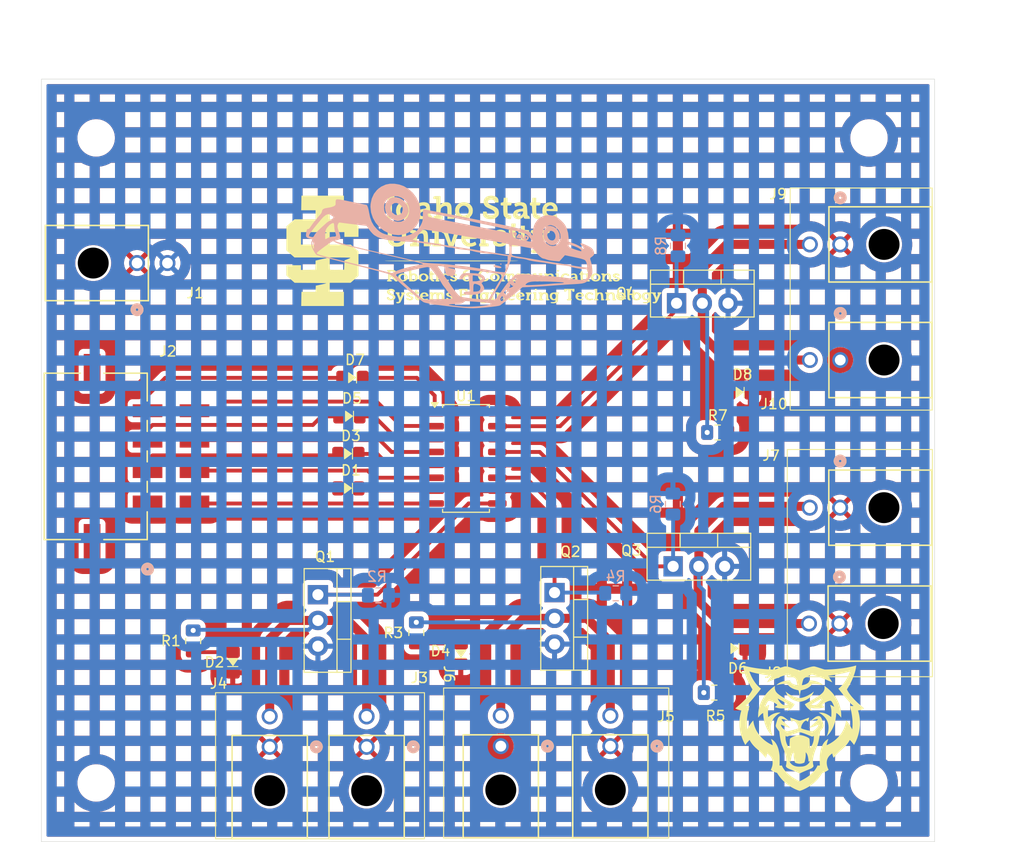
<source format=kicad_pcb>
(kicad_pcb (version 20241229) (generator "pcbnew") (generator_version "9.0")
  (layers (0 "F.Cu" signal) (2 "B.Cu" signal) (13 "F.Paste" user) (15 "B.Paste" user) (5 "F.SilkS" user "F.Silkscreen") (7 "B.SilkS" user "B.Silkscreen") (1 "F.Mask" user) (3 "B.Mask" user) (25 "Edge.Cuts" user))
  (net 0 "")
  (net 1 "Net-(D1-A)")
  (net 2 "Net-(D1-K)")
  (net 3 "Net-(D2-A)")
  (net 4 "Net-(D3-K)")
  (net 5 "Net-(D3-A)")
  (net 6 "Net-(D4-A)")
  (net 7 "Net-(D5-A)")
  (net 8 "Net-(D5-K)")
  (net 9 "Net-(D6-A)")
  (net 10 "Net-(D7-K)")
  (net 11 "Net-(D7-A)")
  (net 12 "Net-(D8-A)")
  (net 13 "Net-(J1-Pad1)")
  (net 14 "GND")
  (net 15 "Net-(J2-Pad6)")
  (net 16 "Net-(J2-Pad8)")
  (net 17 "Net-(J2-Pad5)")
  (net 18 "Net-(J2-Pad7)")
  (net 19 "Net-(Q1-D)")
  (net 20 "Net-(Q2-D)")
  (net 21 "Net-(Q3-D)")
  (net 22 "Net-(Q4-D)")
  (net 23 "Net-(Q1-G)")
  (net 24 "Net-(Q2-G)")
  (net 25 "Net-(Q3-G)")
  (net 26 "Net-(Q4-G)")
  (footprint "2JB_Footprints:2PinMolex" (layer "F.Cu") (at 161.887601 122.6578 90)
    (property "Reference" "J7" (at 5.1328 -6.807601 0) (layer "F.SilkS"))
    (property "Value" "Solenoid")
    (pad "" np_thru_hole circle (at 0 4.320002 90) (size 3.048 3.048) (drill 3.048) (layers))
    (pad "1" thru_hole circle (at 0 0 90) (size 1.5748 1.5748) (drill 1.0668) (layers "*.Cu" "*.Mask") (net 13 "Net-(J1-Pad1)"))
    (pad "2" thru_hole circle (at 0 -2.999999 90) (size 1.5748 1.5748) (drill 1.0668) (layers "*.Cu" "*.Mask") (net 21 "Net-(Q3-D)"))
  )
  (footprint "Package_TO_SOT_THT:TO-220-3_Vertical" (layer "F.Cu") (at 133.729992 131.03023 -90)
    (property "Reference" "Q2" (at -4.03023 -1.570008 180) (layer "F.SilkS"))
    (property "Value" "IRF540N")
    (pad "1" thru_hole rect (at 0 0 270) (size 1.905 2) (drill 1.1) (layers "*.Cu" "*.Mask") (net 24 "Net-(Q2-G)"))
    (pad "2" thru_hole oval (at 2.54 0 270) (size 1.905 2) (drill 1.1) (layers "*.Cu" "*.Mask") (net 20 "Net-(Q2-D)"))
    (pad "3" thru_hole oval (at 5.08 0 270) (size 1.905 2) (drill 1.1) (layers "*.Cu" "*.Mask") (net 14 "GND"))
  )
  (footprint "2JB_Logos:Stacked_ISU_1_5x0_5" (layer "F.Cu") (at 126 97.1)
    (property "Reference" "G***" (hide yes))
    (property "Value" "LOGO" (hide yes))
  )
  (footprint "2JB_Footprints:D_0805" (layer "F.Cu") (at 151.246 135.794)
    (property "Reference" "D6" (at 0.554 2.706 180) (layer "F.SilkS"))
    (property "Value" "1N4148" (hide yes))
    (pad "1" smd roundrect (at 1.27 0.762) (size 1.15 1.4) (layers "F.Cu" "F.Mask" "F.Paste") (roundrect_rratio 0.217391) (net 13 "Net-(J1-Pad1)"))
    (pad "2" smd roundrect (at -0.762 0.762) (size 1.15 1.4) (layers "F.Cu" "F.Mask" "F.Paste") (roundrect_rratio 0.217391) (net 9 "Net-(D6-A)"))
  )
  (footprint "2JB_Footprints:2PinMolex" (layer "F.Cu") (at 161.9 96.7 90)
    (property "Reference" "J9" (at 4.9604 -6.1357 0) (layer "F.SilkS"))
    (property "Value" "Solenoid")
    (pad "" np_thru_hole circle (at 0 4.320002 90) (size 3.048 3.048) (drill 3.048) (layers))
    (pad "1" thru_hole circle (at 0 0 90) (size 1.5748 1.5748) (drill 1.0668) (layers "*.Cu" "*.Mask") (net 13 "Net-(J1-Pad1)"))
    (pad "2" thru_hole circle (at 0 -2.999999 90) (size 1.5748 1.5748) (drill 1.0668) (layers "*.Cu" "*.Mask") (net 22 "Net-(Q4-D)"))
  )
  (footprint "MountingHole:MountingHole_3.2mm_M3" (layer "F.Cu") (at 88.534001 86.2)
    (property "Reference" "REF**" (hide yes))
    (property "Value" "MountingHole_3.2mm_M3")
    (pad "" np_thru_hole circle (at 0 0) (size 3.2 3.2) (drill 3.2) (layers "*.Cu" "*.Mask"))
  )
  (footprint "MountingHole:MountingHole_3.2mm_M3" (layer "F.Cu") (at 164.734001 149.8)
    (property "Reference" "REF**" (hide yes))
    (property "Value" "MountingHole_3.2mm_M3")
    (pad "" np_thru_hole circle (at 0 0) (size 3.2 3.2) (drill 3.2) (layers "*.Cu" "*.Mask"))
  )
  (footprint "MountingHole:MountingHole_3.2mm_M3" (layer "F.Cu") (at 164.734001 86.2)
    (property "Reference" "REF**" (hide yes))
    (property "Value" "MountingHole_3.2mm_M3")
    (pad "" np_thru_hole circle (at 0 0) (size 3.2 3.2) (drill 3.2) (layers "*.Cu" "*.Mask"))
  )
  (footprint "2JB_Footprints:2PinMolex" (layer "F.Cu") (at 92.5643 98.539599 -90)
    (property "Reference" "J1" (at 2.9604 -5.7357 0) (layer "F.SilkS"))
    (property "Value" "Power In")
    (pad "" np_thru_hole circle (at 0 4.320002 270) (size 3.048 3.048) (drill 3.048) (layers))
    (pad "1" thru_hole circle (at 0 0 270) (size 1.5748 1.5748) (drill 1.0668) (layers "*.Cu" "*.Mask") (net 13 "Net-(J1-Pad1)"))
    (pad "2" thru_hole circle (at 0 -2.999999 270) (size 1.5748 1.5748) (drill 1.0668) (layers "*.Cu" "*.Mask") (net 14 "GND"))
  )
  (footprint "2JB_Footprints:2PinMolex" (layer "F.Cu") (at 105.644 146.2375)
    (property "Reference" "J4" (at -5.044 -6.2375 0) (layer "F.SilkS"))
    (property "Value" "Solenoid")
    (pad "" np_thru_hole circle (at 0 4.320002) (size 3.048 3.048) (drill 3.048) (layers))
    (pad "1" thru_hole circle (at 0 0) (size 1.5748 1.5748) (drill 1.0668) (layers "*.Cu" "*.Mask") (net 13 "Net-(J1-Pad1)"))
    (pad "2" thru_hole circle (at 0 -2.999999) (size 1.5748 1.5748) (drill 1.0668) (layers "*.Cu" "*.Mask") (net 19 "Net-(Q1-D)"))
  )
  (footprint "2JB_Footprints:C_0805" (layer "F.Cu") (at 98.1 135.8 -90)
    (property "Reference" "R1" (at 0 2.2 180) (layer "F.SilkS"))
    (property "Value" "1KΩ")
    (pad "1" thru_hole roundrect (at -1.0375 0 270) (size 1.175 1.45) (drill 0.5) (layers "*.Cu" "*.Mask") (roundrect_rratio 0.212766) (net 19 "Net-(Q1-D)"))
    (pad "2" smd roundrect (at 1.0375 0 270) (size 1.175 1.45) (layers "F.Cu" "F.Mask" "F.Paste") (roundrect_rratio 0.212766) (net 3 "Net-(D2-A)"))
  )
  (footprint "2JB_Footprints:D_0805" (layer "F.Cu") (at 102.762 137.662 -90)
    (property "Reference" "D2" (at 0.238 2.562 180) (layer "F.SilkS"))
    (property "Value" "1N4148" (hide yes))
    (pad "1" smd roundrect (at 1.27 0.762 270) (size 1.15 1.4) (layers "F.Cu" "F.Mask" "F.Paste") (roundrect_rratio 0.217391) (net 13 "Net-(J1-Pad1)"))
    (pad "2" smd roundrect (at -0.762 0.762 270) (size 1.15 1.4) (layers "F.Cu" "F.Mask" "F.Paste") (roundrect_rratio 0.217391) (net 3 "Net-(D2-A)"))
  )
  (footprint "Package_TO_SOT_THT:TO-220-3_Vertical" (layer "F.Cu") (at 145.76 102.5)
    (property "Reference" "Q4" (at -4.96 -1 0) (layer "F.SilkS"))
    (property "Value" "IRF540N")
    (pad "1" thru_hole rect (at 0 0) (size 1.905 2) (drill 1.1) (layers "*.Cu" "*.Mask") (net 26 "Net-(Q4-G)"))
    (pad "2" thru_hole oval (at 2.54 0) (size 1.905 2) (drill 1.1) (layers "*.Cu" "*.Mask") (net 22 "Net-(Q4-D)"))
    (pad "3" thru_hole oval (at 5.08 0) (size 1.905 2) (drill 1.1) (layers "*.Cu" "*.Mask") (net 14 "GND"))
  )
  (footprint "2JB_Footprints:C_0805" (layer "F.Cu") (at 149.816 115.244)
    (property "Reference" "R7" (at 0 -1.68 0) (layer "F.SilkS"))
    (property "Value" "1KΩ")
    (pad "1" thru_hole roundrect (at -1.0375 0) (size 1.175 1.45) (drill 0.5) (layers "*.Cu" "*.Mask") (roundrect_rratio 0.212766) (net 22 "Net-(Q4-D)"))
    (pad "2" smd roundrect (at 1.0375 0) (size 1.175 1.45) (layers "F.Cu" "F.Mask" "F.Paste") (roundrect_rratio 0.212766) (net 12 "Net-(D8-A)"))
  )
  (footprint "2JB_Footprints:8PinMolex_3.00mmPitch" (layer "F.Cu") (at 88.487001 117.6 -90)
    (property "Reference" "J2" (at -10.3535 -7.112999 0) (layer "F.SilkS"))
    (property "Value" "Signal In")
    (pad "1" smd rect (at 4.499999 -5.112999 270) (size 1.27 2.921) (layers "F.Cu" "F.Mask" "F.Paste") (net 1 "Net-(D1-A)"))
    (pad "2" smd rect (at 1.5 -5.112999 270) (size 1.27 2.921) (layers "F.Cu" "F.Mask" "F.Paste") (net 5 "Net-(D3-A)"))
    (pad "3" smd rect (at -1.5 -5.112999 270) (size 1.27 2.921) (layers "F.Cu" "F.Mask" "F.Paste") (net 7 "Net-(D5-A)"))
    (pad "4" smd rect (at -4.499999 -5.112999 270) (size 1.27 2.921) (layers "F.Cu" "F.Mask" "F.Paste") (net 11 "Net-(D7-A)"))
    (pad "5" smd rect (at 4.499999 -9.742998 270) (size 1.27 2.921) (layers "F.Cu" "F.Mask" "F.Paste") (net 17 "Net-(J2-Pad5)"))
    (pad "6" smd rect (at 1.5 -9.742998 270) (size 1.27 2.921) (layers "F.Cu" "F.Mask" "F.Paste") (net 15 "Net-(J2-Pad6)"))
    (pad "7" smd rect (at -1.5 -9.742998 270) (size 1.27 2.921) (layers "F.Cu" "F.Mask" "F.Paste") (net 18 "Net-(J2-Pad7)"))
    (pad "8" smd rect (at -4.499999 -9.742998 270) (size 1.27 2.921) (layers "F.Cu" "F.Mask" "F.Paste") (net 16 "Net-(J2-Pad8)"))
    (pad "9" smd rect (at -8.385 0.357002 270) (size 3.429 1.651) (layers "F.Cu" "F.Mask" "F.Paste"))
    (pad "10" smd rect (at 8.385 0.357002 270) (size 3.429 1.651) (layers "F.Cu" "F.Mask" "F.Paste"))
  )
  (footprint "2JB_Logos:Bengal_Head_0_5x0_5" (layer "F.Cu") (at 157.9 144.4)
    (property "Reference" "G***" (hide yes))
    (property "Value" "LOGO" (hide yes))
  )
  (footprint "2JB_Footprints:C_0805" (layer "F.Cu") (at 149.4835 140.894)
    (property "Reference" "R5" (at 0.1165 2.306 180) (layer "F.SilkS"))
    (property "Value" "1KΩ")
    (pad "1" thru_hole roundrect (at -1.0375 0) (size 1.175 1.45) (drill 0.5) (layers "*.Cu" "*.Mask") (roundrect_rratio 0.212766) (net 21 "Net-(Q3-D)"))
    (pad "2" smd roundrect (at 1.0375 0) (size 1.175 1.45) (layers "F.Cu" "F.Mask" "F.Paste") (roundrect_rratio 0.212766) (net 9 "Net-(D6-A)"))
  )
  (footprint "Package_TO_SOT_THT:TO-220-3_Vertical" (layer "F.Cu") (at 145.42 128.445)
    (property "Reference" "Q3" (at -4.12 -1.545 0) (layer "F.SilkS"))
    (property "Value" "IRF540N")
    (pad "1" thru_hole rect (at 0 0) (size 1.905 2) (drill 1.1) (layers "*.Cu" "*.Mask") (net 25 "Net-(Q3-G)"))
    (pad "2" thru_hole oval (at 2.54 0) (size 1.905 2) (drill 1.1) (layers "*.Cu" "*.Mask") (net 21 "Net-(Q3-D)"))
    (pad "3" thru_hole oval (at 5.08 0) (size 1.905 2) (drill 1.1) (layers "*.Cu" "*.Mask") (net 14 "GND"))
  )
  (footprint "2JB_Footprints:D_0805" (layer "F.Cu") (at 151.762 110.538)
    (property "Reference" "D8" (at 0.508 -1.016 0) (layer "F.SilkS"))
    (property "Value" "1N4148" (hide yes))
    (pad "1" smd roundrect (at 1.27 0.762) (size 1.15 1.4) (layers "F.Cu" "F.Mask" "F.Paste") (roundrect_rratio 0.217391) (net 13 "Net-(J1-Pad1)"))
    (pad "2" smd roundrect (at -0.762 0.762) (size 1.15 1.4) (layers "F.Cu" "F.Mask" "F.Paste") (roundrect_rratio 0.217391) (net 12 "Net-(D8-A)"))
  )
  (footprint "2JB_Footprints:D_0805" (layer "F.Cu") (at 125.244 136.8215 -90)
    (property "Reference" "D4" (at -0.0245 2.762 180) (layer "F.SilkS"))
    (property "Value" "1N4148" (hide yes))
    (pad "1" smd roundrect (at 1.27 0.762 270) (size 1.15 1.4) (layers "F.Cu" "F.Mask" "F.Paste") (roundrect_rratio 0.217391) (net 13 "Net-(J1-Pad1)"))
    (pad "2" smd roundrect (at -0.762 0.762 270) (size 1.15 1.4) (layers "F.Cu" "F.Mask" "F.Paste") (roundrect_rratio 0.217391) (net 6 "Net-(D4-A)"))
  )
  (footprint "2JB_Footprints:D_0805" (layer "F.Cu") (at 113.246 112.894)
    (property "Reference" "D5" (at 0.508 -1.016 0) (layer "F.SilkS"))
    (property "Value" "LED" (hide yes))
    (pad "1" smd roundrect (at 1.27 0.762) (size 1.15 1.4) (layers "F.Cu" "F.Mask" "F.Paste") (roundrect_rratio 0.217391) (net 8 "Net-(D5-K)"))
    (pad "2" smd roundrect (at -0.762 0.762) (size 1.15 1.4) (layers "F.Cu" "F.Mask" "F.Paste") (roundrect_rratio 0.217391) (net 7 "Net-(D5-A)"))
  )
  (footprint "2JB_Footprints:D_0805" (layer "F.Cu") (at 113.146 119.994)
    (property "Reference" "D1" (at 0.508 -1.016 0) (layer "F.SilkS"))
    (property "Value" "LED" (hide yes))
    (pad "1" smd roundrect (at 1.27 0.762) (size 1.15 1.4) (layers "F.Cu" "F.Mask" "F.Paste") (roundrect_rratio 0.217391) (net 2 "Net-(D1-K)"))
    (pad "2" smd roundrect (at -0.762 0.762) (size 1.15 1.4) (layers "F.Cu" "F.Mask" "F.Paste") (roundrect_rratio 0.217391) (net 1 "Net-(D1-A)"))
  )
  (footprint "2JB_Footprints:2PinMolex" (layer "F.Cu") (at 139.229992 146.170229)
    (property "Reference" "J5" (at 5.5 -2.899999 0) (layer "F.SilkS"))
    (property "Value" "Solenoid")
    (pad "" np_thru_hole circle (at 0 4.320002) (size 3.048 3.048) (drill 3.048) (layers))
    (pad "1" thru_hole circle (at 0 0) (size 1.5748 1.5748) (drill 1.0668) (layers "*.Cu" "*.Mask") (net 13 "Net-(J1-Pad1)"))
    (pad "2" thru_hole circle (at 0 -2.999999) (size 1.5748 1.5748) (drill 1.0668) (layers "*.Cu" "*.Mask") (net 20 "Net-(Q2-D)"))
  )
  (footprint "2JB_Footprints:D_0805" (layer "F.Cu") (at 113.546 109.094)
    (property "Reference" "D7" (at 0.508 -1.016 0) (layer "F.SilkS"))
    (property "Value" "LED" (hide yes))
    (pad "1" smd roundrect (at 1.27 0.762) (size 1.15 1.4) (layers "F.Cu" "F.Mask" "F.Paste") (roundrect_rratio 0.217391) (net 10 "Net-(D7-K)"))
    (pad "2" smd roundrect (at -0.762 0.762) (size 1.15 1.4) (layers "F.Cu" "F.Mask" "F.Paste") (roundrect_rratio 0.217391) (net 11 "Net-(D7-A)"))
  )
  (footprint "2JB_Footprints:2PinMolex" (layer "F.Cu") (at 161.9 108.1 90)
    (property "Reference" "J10" (at -4.3396 -6.5357 0) (layer "F.SilkS"))
    (property "Value" "Solenoid")
    (pad "" np_thru_hole circle (at 0 4.320002 90) (size 3.048 3.048) (drill 3.048) (layers))
    (pad "1" thru_hole circle (at 0 0 90) (size 1.5748 1.5748) (drill 1.0668) (layers "*.Cu" "*.Mask") (net 13 "Net-(J1-Pad1)"))
    (pad "2" thru_hole circle (at 0 -2.999999 90) (size 1.5748 1.5748) (drill 1.0668) (layers "*.Cu" "*.Mask") (net 22 "Net-(Q4-D)"))
  )
  (footprint "2JB_Footprints:2PinMolex" (layer "F.Cu") (at 128.429992 146.170229)
    (property "Reference" "J6" (at -5.1 -7.099999 270) (layer "F.SilkS"))
    (property "Value" "Solenoid")
    (pad "" np_thru_hole circle (at 0 4.320002) (size 3.048 3.048) (drill 3.048) (layers))
    (pad "1" thru_hole circle (at 0 0) (size 1.5748 1.5748) (drill 1.0668) (layers "*.Cu" "*.Mask") (net 13 "Net-(J1-Pad1)"))
    (pad "2" thru_hole circle (at 0 -2.999999) (size 1.5748 1.5748) (drill 1.0668) (layers "*.Cu" "*.Mask") (net 20 "Net-(Q2-D)"))
  )
  (footprint "2JB_Footprints:C_0805" (layer "F.Cu") (at 120.1 135 -90)
    (property "Reference" "R3" (at 0 2.262 180) (layer "F.SilkS"))
    (property "Value" "1KΩ")
    (pad "1" thru_hole roundrect (at -1.0375 0 270) (size 1.175 1.45) (drill 0.5) (layers "*.Cu" "*.Mask") (roundrect_rratio 0.212766) (net 20 "Net-(Q2-D)"))
    (pad "2" smd roundrect (at 1.0375 0 270) (size 1.175 1.45) (layers "F.Cu" "F.Mask" "F.Paste") (roundrect_rratio 0.212766) (net 6 "Net-(D4-A)"))
  )
  (footprint "2JB_Footprints:2PinMolex" (layer "F.Cu") (at 161.8157 134.0854 90)
    (property "Reference" "J8" (at -4.8396 -6.5357 0) (layer "F.SilkS"))
    (property "Value" "Solenoid")
    (pad "" np_thru_hole circle (at 0 4.320002 90) (size 3.048 3.048) (drill 3.048) (layers))
    (pad "1" thru_hole circle (at 0 0 90) (size 1.5748 1.5748) (drill 1.0668) (layers "*.Cu" "*.Mask") (net 13 "Net-(J1-Pad1)"))
    (pad "2" thru_hole circle (at 0 -2.999999 90) (size 1.5748 1.5748) (drill 1.0668) (layers "*.Cu" "*.Mask") (net 21 "Net-(Q3-D)"))
  )
  (footprint "MountingHole:MountingHole_3.2mm_M3" (layer "F.Cu") (at 88.534001 149.8)
    (property "Reference" "REF**" (hide yes))
    (property "Value" "MountingHole_3.2mm_M3")
    (pad "" np_thru_hole circle (at 0 0) (size 3.2 3.2) (drill 3.2) (layers "*.Cu" "*.Mask"))
  )
  (footprint "Package_SO:SOP-16_4.4x10.4mm_P1.27mm" (layer "F.Cu") (at 125 117.8)
    (property "Reference" "U1" (at 0 -6.15 0) (layer "F.SilkS"))
    (property "Value" "LTV-247")
    (pad "1" smd roundrect (at -3.0875 -4.445) (size 1.825 0.65) (layers "F.Cu" "F.Mask" "F.Paste") (net 10 "Net-(D7-K)"))
    (pad "2" smd roundrect (at -3.0875 -3.175) (size 1.825 0.65) (layers "F.Cu" "F.Mask" "F.Paste") (net 16 "Net-(J2-Pad8)"))
    (pad "3" smd roundrect (at -3.0875 -1.905) (size 1.825 0.65) (layers "F.Cu" "F.Mask" "F.Paste") (net 8 "Net-(D5-K)"))
    (pad "4" smd roundrect (at -3.0875 -0.635) (size 1.825 0.65) (layers "F.Cu" "F.Mask" "F.Paste") (net 18 "Net-(J2-Pad7)"))
    (pad "5" smd roundrect (at -3.0875 0.635) (size 1.825 0.65) (layers "F.Cu" "F.Mask" "F.Paste") (net 4 "Net-(D3-K)"))
    (pad "6" smd roundrect (at -3.0875 1.905) (size 1.825 0.65) (layers "F.Cu" "F.Mask" "F.Paste") (net 15 "Net-(J2-Pad6)"))
    (pad "7" smd roundrect (at -3.0875 3.175) (size 1.825 0.65) (layers "F.Cu" "F.Mask" "F.Paste") (net 2 "Net-(D1-K)"))
    (pad "8" smd roundrect (at -3.0875 4.445) (size 1.825 0.65) (layers "F.Cu" "F.Mask" "F.Paste") (net 17 "Net-(J2-Pad5)"))
    (pad "9" smd roundrect (at 3.0875 4.445) (size 1.825 0.65) (layers "F.Cu" "F.Mask" "F.Paste") (net 23 "Net-(Q1-G)"))
    (pad "10" smd roundrect (at 3.0875 3.175) (size 1.825 0.65) (layers "F.Cu" "F.Mask" "F.Paste") (net 13 "Net-(J1-Pad1)"))
    (pad "11" smd roundrect (at 3.0875 1.905) (size 1.825 0.65) (layers "F.Cu" "F.Mask" "F.Paste") (net 24 "Net-(Q2-G)"))
    (pad "12" smd roundrect (at 3.0875 0.635) (size 1.825 0.65) (layers "F.Cu" "F.Mask" "F.Paste") (net 13 "Net-(J1-Pad1)"))
    (pad "13" smd roundrect (at 3.0875 -0.635) (size 1.825 0.65) (layers "F.Cu" "F.Mask" "F.Paste") (net 25 "Net-(Q3-G)"))
    (pad "14" smd roundrect (at 3.0875 -1.905) (size 1.825 0.65) (layers "F.Cu" "F.Mask" "F.Paste") (net 13 "Net-(J1-Pad1)"))
    (pad "15" smd roundrect (at 3.0875 -3.175) (size 1.825 0.65) (layers "F.Cu" "F.Mask" "F.Paste") (net 26 "Net-(Q4-G)"))
    (pad "16" smd roundrect (at 3.0875 -4.445) (size 1.825 0.65) (layers "F.Cu" "F.Mask" "F.Paste") (net 13 "Net-(J1-Pad1)"))
  )
  (footprint "2JB_Footprints:2PinMolex" (layer "F.Cu") (at 115.2 146.2375)
    (property "Reference" "J3" (at 5.2 -6.8 0) (layer "F.SilkS"))
    (property "Value" "Solenoid")
    (pad "" np_thru_hole circle (at 0 4.320002) (size 3.048 3.048) (drill 3.048) (layers))
    (pad "1" thru_hole circle (at 0 0) (size 1.5748 1.5748) (drill 1.0668) (layers "*.Cu" "*.Mask") (net 13 "Net-(J1-Pad1)"))
    (pad "2" thru_hole circle (at 0 -2.999999) (size 1.5748 1.5748) (drill 1.0668) (layers "*.Cu" "*.Mask") (net 19 "Net-(Q1-D)"))
  )
  (footprint "2JB_Footprints:D_0805" (layer "F.Cu") (at 113.146 116.594)
    (property "Reference" "D3" (at 0.508 -1.016 0) (layer "F.SilkS"))
    (property "Value" "LED" (hide yes))
    (pad "1" smd roundrect (at 1.27 0.762) (size 1.15 1.4) (layers "F.Cu" "F.Mask" "F.Paste") (roundrect_rratio 0.217391) (net 4 "Net-(D3-K)"))
    (pad "2" smd roundrect (at -0.762 0.762) (size 1.15 1.4) (layers "F.Cu" "F.Mask" "F.Paste") (roundrect_rratio 0.217391) (net 5 "Net-(D3-A)"))
  )
  (footprint "Package_TO_SOT_THT:TO-220-3_Vertical" (layer "F.Cu") (at 110.4 131.2375 -90)
    (property "Reference" "Q1" (at -3.7375 -0.7 180) (layer "F.SilkS"))
    (property "Value" "IRF540N")
    (pad "1" thru_hole rect (at 0 0 270) (size 1.905 2) (drill 1.1) (layers "*.Cu" "*.Mask") (net 23 "Net-(Q1-G)"))
    (pad "2" thru_hole oval (at 2.54 0 270) (size 1.905 2) (drill 1.1) (layers "*.Cu" "*.Mask") (net 19 "Net-(Q1-D)"))
    (pad "3" thru_hole oval (at 5.08 0 270) (size 1.905 2) (drill 1.1) (layers "*.Cu" "*.Mask") (net 14 "GND"))
  )
  (footprint "2JB_Footprints:C_0805" (layer "B.Cu") (at 145.4 122.3 -90)
    (property "Reference" "R6" (at 0 1.68 90) (layer "B.SilkS") (effects (justify mirror)))
    (property "Value" "1kΩ")
    (pad "1" smd roundrect (at -1.0375 0 270) (size 1.175 1.45) (layers "B.Cu" "B.Mask" "B.Paste") (roundrect_rratio 0.212766) (net 14 "GND"))
    (pad "2" smd roundrect (at 1.0375 0 270) (size 1.175 1.45) (layers "B.Cu" "B.Mask" "B.Paste") (roundrect_rratio 0.212766) (net 25 "Net-(Q3-G)"))
  )
  (footprint "2JB_Footprints:C_0805" (layer "B.Cu") (at 116.3625 131.3 180)
    (property "Reference" "R2" (at 0.14 1.85 0) (layer "B.SilkS") (effects (justify mirror)))
    (property "Value" "1kΩ")
    (pad "1" smd roundrect (at -1.0375 0 180) (size 1.175 1.45) (layers "B.Cu" "B.Mask" "B.Paste") (roundrect_rratio 0.212766) (net 14 "GND"))
    (pad "2" smd roundrect (at 1.0375 0 180) (size 1.175 1.45) (layers "B.Cu" "B.Mask" "B.Paste") (roundrect_rratio 0.212766) (net 23 "Net-(Q1-G)"))
  )
  (footprint "2JB_Footprints:C_0805" (layer "B.Cu") (at 139.7625 131.1 180)
    (property "Reference" "R4" (at 0 1.68 0) (layer "B.SilkS") (effects (justify mirror)))
    (property "Value" "1kΩ")
    (pad "1" smd roundrect (at -1.0375 0 180) (size 1.175 1.45) (layers "B.Cu" "B.Mask" "B.Paste") (roundrect_rratio 0.212766) (net 14 "GND"))
    (pad "2" smd roundrect (at 1.0375 0 180) (size 1.175 1.45) (layers "B.Cu" "B.Mask" "B.Paste") (roundrect_rratio 0.212766) (net 24 "Net-(Q2-G)"))
  )
  (footprint "2JB_Logos:JB_Logo_1_1x0_5" (layer "B.Cu") (at 123.298078 96.888333)
    (property "Reference" "G***" (hide yes))
    (property "Value" "LOGO" (hide yes))
  )
  (footprint "2JB_Footprints:C_0805" (layer "B.Cu") (at 145.9 96.8375 -90)
    (property "Reference" "R8" (at 0 1.68 90) (layer "B.SilkS") (effects (justify mirror)))
    (property "Value" "1kΩ")
    (pad "1" smd roundrect (at -1.0375 0 270) (size 1.175 1.45) (layers "B.Cu" "B.Mask" "B.Paste") (roundrect_rratio 0.212766) (net 14 "GND"))
    (pad "2" smd roundrect (at 1.0375 0 270) (size 1.175 1.45) (layers "B.Cu" "B.Mask" "B.Paste") (roundrect_rratio 0.212766) (net 26 "Net-(Q4-G)"))
  )
  (gr_rect (start 156.68 116.925) (end 170.9857 139.325) (stroke (width 0.1)) (fill no) (layer "F.SilkS"))
  (gr_rect (start 156.9643 91.1396) (end 170.9643 113.0396) (stroke (width 0.1)) (fill no) (layer "F.SilkS"))
  (gr_rect (start 100.3044 140.9018) (end 120.9044 155.3018) (stroke (width 0.1)) (fill no) (layer "F.SilkS"))
  (gr_rect (start 122.790392 140.434529) (end 144.990392 155.234529) (stroke (width 0.1)) (fill no) (layer "F.SilkS"))
  (gr_rect (start 83.139998 80.4) (end 171.2 155.6) (stroke (width 0.05)) (fill no) (layer "Edge.Cuts"))
  (segment (start 94.199999 120.5) (end 93.6 121.099999) (width 0.381) (layer "F.Cu") (net 1))
  (segment (start 112.128 120.5) (end 94.199999 120.5) (width 0.381) (layer "F.Cu") (net 1))
  (segment (start 93.6 121.099999) (end 93.6 122.099999) (width 0.381) (layer "F.Cu") (net 1))
  (segment (start 112.384 120.756) (end 112.128 120.5) (width 0.381) (layer "F.Cu") (net 1))
  (segment (start 121.9125 120.975) (end 114.635 120.975) (width 0.381) (layer "F.Cu") (net 2))
  (segment (start 114.635 120.975) (end 114.416 120.756) (width 0.381) (layer "F.Cu") (net 2))
  (segment (start 102 136.9) (end 98.1625 136.9) (width 0.381) (layer "F.Cu") (net 3))
  (segment (start 98.1625 136.9) (end 98.1 136.8375) (width 0.381) (layer "F.Cu") (net 3))
  (segment (start 121.9125 118.435) (end 117.335 118.435) (width 0.381) (layer "F.Cu") (net 4))
  (segment (start 117.335 118.435) (end 116.256 117.356) (width 0.381) (layer "F.Cu") (net 4))
  (segment (start 116.256 117.356) (end 114.416 117.356) (width 0.381) (layer "F.Cu") (net 4))
  (segment (start 112.24 117.5) (end 112.384 117.356) (width 0.381) (layer "F.Cu") (net 5))
  (segment (start 94.099999 117.5) (end 112.24 117.5) (width 0.381) (layer "F.Cu") (net 5))
  (segment (start 93.6 117.999999) (end 94.099999 117.5) (width 0.381) (layer "F.Cu") (net 5))
  (segment (start 93.6 119.1) (end 93.6 117.999999) (width 0.381) (layer "F.Cu") (net 5))
  (segment (start 120.1 136.0375) (end 124.46 136.0375) (width 0.381) (layer "F.Cu") (net 6))
  (segment (start 124.46 136.0375) (end 124.482 136.0595) (width 0.381) (layer "F.Cu") (net 6))
  (segment (start 109.9 114.5) (end 94.099999 114.5) (width 0.381) (layer "F.Cu") (net 7))
  (segment (start 110.744 113.656) (end 109.9 114.5) (width 0.381) (layer "F.Cu") (net 7))
  (segment (start 112.484 113.656) (end 110.744 113.656) (width 0.381) (layer "F.Cu") (net 7))
  (segment (start 93.6 114.999999) (end 93.6 116.1) (width 0.381) (layer "F.Cu") (net 7))
  (segment (start 94.099999 114.5) (end 93.6 114.999999) (width 0.381) (layer "F.Cu") (net 7))
  (segment (start 121.9125 115.895) (end 118.195 115.895) (width 0.381) (layer "F.Cu") (net 8))
  (segment (start 115.956 113.656) (end 114.516 113.656) (width 0.381) (layer "F.Cu") (net 8))
  (segment (start 118.195 115.895) (end 115.956 113.656) (width 0.381) (layer "F.Cu") (net 8))
  (segment (start 150.521 136.593) (end 150.484 136.556) (width 0.381) (layer "F.Cu") (net 9))
  (segment (start 150.521 140.894) (end 150.521 136.593) (width 0.381) (layer "F.Cu") (net 9))
  (segment (start 120.156 109.856) (end 114.816 109.856) (width 0.381) (layer "F.Cu") (net 10))
  (segment (start 121.9125 113.355) (end 121.9125 111.6125) (width 0.381) (layer "F.Cu") (net 10))
  (segment (start 121.9125 111.6125) (end 120.156 109.856) (width 0.381) (layer "F.Cu") (net 10))
  (segment (start 95.343999 109.856) (end 93.6 111.599999) (width 0.381) (layer "F.Cu") (net 11))
  (segment (start 93.6 111.599999) (end 93.6 113.100001) (width 0.381) (layer "F.Cu") (net 11))
  (segment (start 112.784 109.856) (end 95.343999 109.856) (width 0.381) (layer "F.Cu") (net 11))
  (segment (start 150.8535 115.244) (end 150.8535 115.1465) (width 0.381) (layer "F.Cu") (net 12))
  (segment (start 150.8535 115.1465) (end 151 115) (width 0.381) (layer "F.Cu") (net 12))
  (segment (start 151 115) (end 151 111.3) (width 0.381) (layer "F.Cu") (net 12))
  (segment (start 150.9095 115.3) (end 150.8535 115.244) (width 0.381) (layer "F.Cu") (net 12))
  (segment (start 128.0875 113.355) (end 128.3 113.1425) (width 0.381) (layer "F.Cu") (net 13))
  (segment (start 128.362721 146.2375) (end 128.429992 146.170229) (width 2.54) (layer "F.Cu") (net 13))
  (segment (start 161.887601 108.112399) (end 161.9 108.1) (width 2.54) (layer "F.Cu") (net 13))
  (segment (start 121.9125 119.705) (end 116.005 119.705) (width 0.381) (layer "F.Cu") (net 15))
  (segment (start 115.300001 119.000001) (end 103.229999 119.000001) (width 0.381) (layer "F.Cu") (net 15))
  (segment (start 103.229999 119.000001) (end 103.229998 119) (width 0.381) (layer "F.Cu") (net 15))
  (segment (start 103.229998 119) (end 98.329999 119) (width 0.381) (layer "F.Cu") (net 15))
  (segment (start 98.329999 119) (end 98.229999 119.1) (width 0.381) (layer "F.Cu") (net 15))
  (segment (start 116.005 119.705) (end 115.300001 119.000001) (width 0.381) (layer "F.Cu") (net 15))
  (segment (start 116.2 112.2) (end 101.199999 112.2) (width 0.381) (layer "F.Cu") (net 16))
  (segment (start 118.6 114.6) (end 116.2 112.2) (width 0.381) (layer "F.Cu") (net 16))
  (segment (start 101.199999 112.2) (end 100.299998 113.100001) (width 0.381) (layer "F.Cu") (net 16))
  (segment (start 121.8875 114.6) (end 118.6 114.6) (width 0.381) (layer "F.Cu") (net 16))
  (segment (start 100.299998 113.100001) (end 98.229999 113.100001) (width 0.381) (layer "F.Cu") (net 16))
  (segment (start 121.9125 114.625) (end 121.8875 114.6) (width 0.381) (layer "F.Cu") (net 16))
  (segment (start 98.474999 122.344999) (end 98.229999 122.099999) (width 0.381) (layer "F.Cu") (net 17))
  (segment (start 98.375 122.245) (end 98.229999 122.099999) (width 0.381) (layer "F.Cu") (net 17))
  (segment (start 121.9125 122.245) (end 98.375 122.245) (width 0.381) (layer "F.Cu") (net 17))
  (segment (start 116.500001 116.000001) (end 103.229999 116.000001) (width 0.381) (layer "F.Cu") (net 18))
  (segment (start 103.229999 116.000001) (end 103.229998 116) (width 0.381) (layer "F.Cu") (net 18))
  (segment (start 98.329999 116) (end 98.229999 116.1) (width 0.381) (layer "F.Cu") (net 18))
  (segment (start 103.229998 116) (end 98.329999 116) (width 0.381) (layer "F.Cu") (net 18))
  (segment (start 121.9125 117.165) (end 117.665 117.165) (width 0.381) (layer "F.Cu") (net 18))
  (segment (start 117.665 117.165) (end 116.500001 116.000001) (width 0.381) (layer "F.Cu") (net 18))
  (segment (start 105.644 135.5935) (end 105.644 143.237501) (width 0.889) (layer "F.Cu") (net 19))
  (segment (start 115.2 135.6375) (end 115.2 143.237501) (width 0.889) (layer "F.Cu") (net 19))
  (segment (start 107.46 133.7775) (end 105.644 135.5935) (width 0.889) (layer "F.Cu") (net 19))
  (segment (start 110.4 133.7775) (end 113.34 133.7775) (width 0.889) (layer "F.Cu") (net 19))
  (segment (start 110.4 133.7775) (end 107.46 133.7775) (width 0.889) (layer "F.Cu") (net 19))
  (segment (start 113.34 133.7775) (end 115.2 135.6375) (width 0.889) (layer "F.Cu") (net 19))
  (segment (start 98.1 134.7625) (end 98.1625 134.7) (width 0.381) (layer "B.Cu") (net 19))
  (segment (start 109.4775 134.7) (end 110.4 133.7775) (width 0.381) (layer "B.Cu") (net 19))
  (segment (start 98.1625 134.7) (end 109.4775 134.7) (width 0.381) (layer "B.Cu") (net 19))
  (segment (start 128.429992 143.17023) (end 128.429992 135.77023) (width 0.889) (layer "F.Cu") (net 20))
  (segment (start 139.229992 135.87023) (end 139.229992 143.17023) (width 0.889) (layer "F.Cu") (net 20))
  (segment (start 133.729992 133.57023) (end 136.929992 133.57023) (width 0.889) (layer "F.Cu") (net 20))
  (segment (start 130.629992 133.57023) (end 133.729992 133.57023) (width 0.889) (layer "F.Cu") (net 20))
  (segment (start 128.429992 135.77023) (end 130.629992 133.57023) (width 0.889) (layer "F.Cu") (net 20))
  (segment (start 136.929992 133.57023) (end 139.229992 135.87023) (width 0.889) (layer "F.Cu") (net 20))
  (segment (start 133.337722 133.9625) (end 133.729992 133.57023) (width 0.381) (layer "B.Cu") (net 20))
  (segment (start 120.1 133.9625) (end 133.337722 133.9625) (width 0.381) (layer "B.Cu") (net 20))
  (segment (start 147.88 128.525) (end 147.96 128.445) (width 0.889) (layer "F.Cu") (net 21))
  (segment (start 147.96 128.445) (end 147.96 124.945) (width 0.889) (layer "F.Cu") (net 21))
  (segment (start 147.88 131.825) (end 147.88 128.525) (width 0.889) (layer "F.Cu") (net 21))
  (segment (start 158.815701 134.0854) (end 150.1404 134.0854) (width 0.889) (layer "F.Cu") (net 21))
  (segment (start 147.96 124.945) (end 150.38 122.525) (width 0.889) (layer "F.Cu") (net 21))
  (segment (start 150.38 122.525) (end 158.98 122.525) (width 0.889) (layer "F.Cu") (net 21))
  (segment (start 150.1404 134.0854) (end 147.88 131.825) (width 0.889) (layer "F.Cu") (net 21))
  (segment (start 148.446 130.826) (end 147.96 130.34) (width 0.381) (layer "B.Cu") (net 21))
  (segment (start 148.446 140.894) (end 148.446 130.826) (width 0.381) (layer "B.Cu") (net 21))
  (segment (start 147.96 130.34) (end 147.96 128.445) (width 0.381) (layer "B.Cu") (net 21))
  (segment (start 148.3 105.7) (end 148.3 102.5) (width 0.889) (layer "F.Cu") (net 22))
  (segment (start 148.3 99.1) (end 150.7 96.7) (width 0.889) (layer "F.Cu") (net 22))
  (segment (start 150.7 108.1) (end 148.3 105.7) (width 0.889) (layer "F.Cu") (net 22))
  (segment (start 148.3 102.5) (end 148.3 99.1) (width 0.889) (layer "F.Cu") (net 22))
  (segment (start 158.900001 108.1) (end 150.7 108.1) (width 0.889) (layer "F.Cu") (net 22))
  (segment (start 150.7 96.7) (end 158.900001 96.7) (width 0.889) (layer "F.Cu") (net 22))
  (segment (start 148.7785 102.9785) (end 148.3 102.5) (width 0.381) (layer "B.Cu") (net 22))
  (segment (start 148.7785 115.244) (end 148.7785 102.9785) (width 0.381) (layer "B.Cu") (net 22))
  (segment (start 128.0875 122.245) (end 125.255 122.245) (width 0.381) (layer "F.Cu") (net 23))
  (segment (start 116.2625 131.2375) (end 110.4 131.2375) (width 0.381) (layer "F.Cu") (net 23))
  (segment (start 125.255 122.245) (end 116.2625 131.2375) (width 0.381) (layer "F.Cu") (net 23))
  (segment (start 115.325 131.3) (end 115.2625 131.2375) (width 0.381) (layer "B.Cu") (net 23))
  (segment (start 115.2625 131.2375) (end 110.4 131.2375) (width 0.381) (layer "B.Cu") (net 23))
  (segment (start 128.0875 119.705) (end 130.905 119.705) (width 0.381) (layer "F.Cu") (net 24))
  (segment (start 128.0925 119.7) (end 128.0875 119.705) (width 0.381) (layer "F.Cu") (net 24))
  (segment (start 133.729992 122.529992) (end 133.729992 131.03023) (width 0.381) (layer "F.Cu") (net 24))
  (segment (start 129.004999 119.7) (end 128.0925 119.7) (width 0.381) (layer "F.Cu") (net 24))
  (segment (start 130.905 119.705) (end 133.729992 122.529992) (width 0.381) (layer "F.Cu") (net 24))
  (segment (start 138.65523 131.03023) (end 138.725 131.1) (width 0.381) (layer "B.Cu") (net 24))
  (segment (start 133.729992 131.03023) (end 138.65523 131.03023) (width 0.381) (layer "B.Cu") (net 24))
  (segment (start 128.0875 117.165) (end 132.265 117.165) (width 0.381) (layer "F.Cu") (net 25))
  (segment (start 145.42 128.445) (end 143.545 128.445) (width 0.381) (layer "F.Cu") (net 25))
  (segment (start 143.545 128.445) (end 139.445 124.345) (width 0.381) (layer "F.Cu") (net 25))
  (segment (start 132.265 117.165) (end 139.445 124.345) (width 0.381) (layer "F.Cu") (net 25))
  (segment (start 145.42 128.445) (end 145.42 123.3575) (width 0.381) (layer "B.Cu") (net 25))
  (segment (start 145.42 123.3575) (end 145.4 123.3375) (width 0.381) (layer "B.Cu") (net 25))
  (segment (start 134.275 114.625) (end 145.46 103.44) (width 0.381) (layer "F.Cu") (net 26))
  (segment (start 128.0875 114.625) (end 134.275 114.625) (width 0.381) (layer "F.Cu") (net 26))
  (segment (start 145.76 98.015) (end 145.76 102.5) (width 0.381) (layer "B.Cu") (net 26))
  (segment (start 145.9 97.875) (end 145.76 98.015) (width 0.381) (layer "B.Cu") (net 26))
  (zone (net 13) (net_name "Net-(J1-Pad1)") (layer "F.Cu") (priority 1) (connect_pads (clearance 0.5)) (min_thickness 0.25) (fill yes (mode hatch) (thermal_gap 0.5) (thermal_bridge_width 0.5) (hatch_thickness 1) (hatch_gap 1.5) (hatch_orientation 0) (hatch_border_algorithm hatch_thickness) (hatch_min_hole_area 0.3))
    (polygon (pts (xy 83.139998 80.4) (xy 171.2 80.4) (xy 171.2 155.6) (xy 83.139998 155.6)))
  )
  (zone (net 14) (net_name "GND") (layer "B.Cu") (connect_pads (clearance 0.5)) (min_thickness 0.25) (fill yes (mode hatch) (thermal_gap 0.5) (thermal_bridge_width 0.5) (hatch_thickness 1) (hatch_gap 1.5) (hatch_orientation 0) (hatch_border_algorithm hatch_thickness) (hatch_min_hole_area 0.3))
    (polygon (pts (xy 83.4 80.7) (xy 171.2 80.7) (xy 171.2 155.6) (xy 83.4 155.6)))
  )
)
</source>
